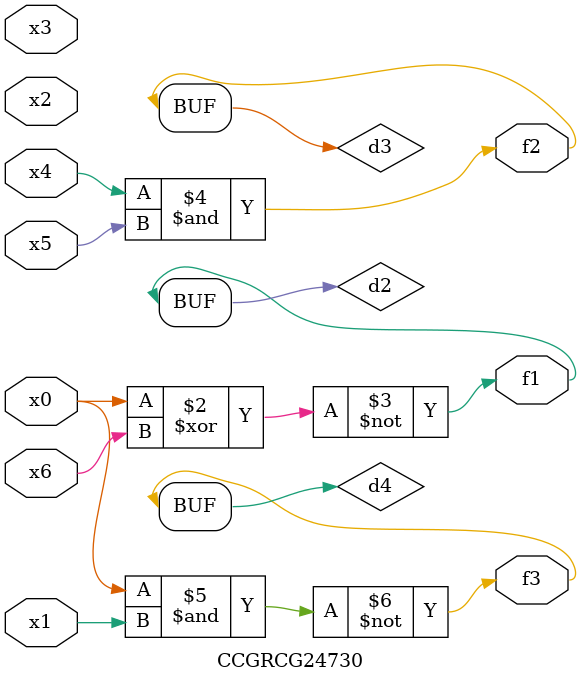
<source format=v>
module CCGRCG24730(
	input x0, x1, x2, x3, x4, x5, x6,
	output f1, f2, f3
);

	wire d1, d2, d3, d4;

	nor (d1, x0);
	xnor (d2, x0, x6);
	and (d3, x4, x5);
	nand (d4, x0, x1);
	assign f1 = d2;
	assign f2 = d3;
	assign f3 = d4;
endmodule

</source>
